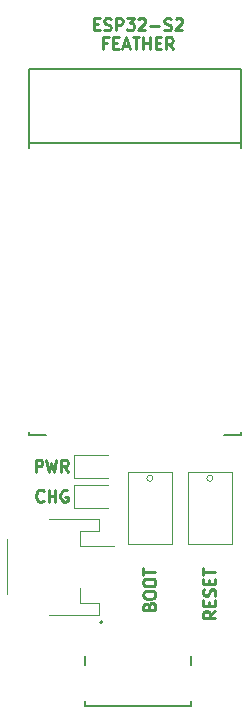
<source format=gbr>
%TF.GenerationSoftware,KiCad,Pcbnew,5.99.0-unknown-fc7f1d1d86~106~ubuntu20.04.1*%
%TF.CreationDate,2021-01-14T15:04:19+11:00*%
%TF.ProjectId,esp32-s2-feather,65737033-322d-4733-922d-666561746865,rev?*%
%TF.SameCoordinates,Original*%
%TF.FileFunction,Legend,Top*%
%TF.FilePolarity,Positive*%
%FSLAX46Y46*%
G04 Gerber Fmt 4.6, Leading zero omitted, Abs format (unit mm)*
G04 Created by KiCad (PCBNEW 5.99.0-unknown-fc7f1d1d86~106~ubuntu20.04.1) date 2021-01-14 15:04:19*
%MOMM*%
%LPD*%
G01*
G04 APERTURE LIST*
%ADD10C,0.250000*%
%ADD11C,0.120000*%
%ADD12C,0.127000*%
%ADD13C,0.200000*%
%ADD14C,0.100000*%
G04 APERTURE END LIST*
D10*
X183229714Y-44843571D02*
X183563047Y-44843571D01*
X183705904Y-45367380D02*
X183229714Y-45367380D01*
X183229714Y-44367380D01*
X183705904Y-44367380D01*
X184086857Y-45319761D02*
X184229714Y-45367380D01*
X184467809Y-45367380D01*
X184563047Y-45319761D01*
X184610666Y-45272142D01*
X184658285Y-45176904D01*
X184658285Y-45081666D01*
X184610666Y-44986428D01*
X184563047Y-44938809D01*
X184467809Y-44891190D01*
X184277333Y-44843571D01*
X184182095Y-44795952D01*
X184134476Y-44748333D01*
X184086857Y-44653095D01*
X184086857Y-44557857D01*
X184134476Y-44462619D01*
X184182095Y-44415000D01*
X184277333Y-44367380D01*
X184515428Y-44367380D01*
X184658285Y-44415000D01*
X185086857Y-45367380D02*
X185086857Y-44367380D01*
X185467809Y-44367380D01*
X185563047Y-44415000D01*
X185610666Y-44462619D01*
X185658285Y-44557857D01*
X185658285Y-44700714D01*
X185610666Y-44795952D01*
X185563047Y-44843571D01*
X185467809Y-44891190D01*
X185086857Y-44891190D01*
X185991619Y-44367380D02*
X186610666Y-44367380D01*
X186277333Y-44748333D01*
X186420190Y-44748333D01*
X186515428Y-44795952D01*
X186563047Y-44843571D01*
X186610666Y-44938809D01*
X186610666Y-45176904D01*
X186563047Y-45272142D01*
X186515428Y-45319761D01*
X186420190Y-45367380D01*
X186134476Y-45367380D01*
X186039238Y-45319761D01*
X185991619Y-45272142D01*
X186991619Y-44462619D02*
X187039238Y-44415000D01*
X187134476Y-44367380D01*
X187372571Y-44367380D01*
X187467809Y-44415000D01*
X187515428Y-44462619D01*
X187563047Y-44557857D01*
X187563047Y-44653095D01*
X187515428Y-44795952D01*
X186944000Y-45367380D01*
X187563047Y-45367380D01*
X187991619Y-44986428D02*
X188753523Y-44986428D01*
X189182095Y-45319761D02*
X189324952Y-45367380D01*
X189563047Y-45367380D01*
X189658285Y-45319761D01*
X189705904Y-45272142D01*
X189753523Y-45176904D01*
X189753523Y-45081666D01*
X189705904Y-44986428D01*
X189658285Y-44938809D01*
X189563047Y-44891190D01*
X189372571Y-44843571D01*
X189277333Y-44795952D01*
X189229714Y-44748333D01*
X189182095Y-44653095D01*
X189182095Y-44557857D01*
X189229714Y-44462619D01*
X189277333Y-44415000D01*
X189372571Y-44367380D01*
X189610666Y-44367380D01*
X189753523Y-44415000D01*
X190134476Y-44462619D02*
X190182095Y-44415000D01*
X190277333Y-44367380D01*
X190515428Y-44367380D01*
X190610666Y-44415000D01*
X190658285Y-44462619D01*
X190705904Y-44557857D01*
X190705904Y-44653095D01*
X190658285Y-44795952D01*
X190086857Y-45367380D01*
X190705904Y-45367380D01*
X184348761Y-46453571D02*
X184015428Y-46453571D01*
X184015428Y-46977380D02*
X184015428Y-45977380D01*
X184491619Y-45977380D01*
X184872571Y-46453571D02*
X185205904Y-46453571D01*
X185348761Y-46977380D02*
X184872571Y-46977380D01*
X184872571Y-45977380D01*
X185348761Y-45977380D01*
X185729714Y-46691666D02*
X186205904Y-46691666D01*
X185634476Y-46977380D02*
X185967809Y-45977380D01*
X186301142Y-46977380D01*
X186491619Y-45977380D02*
X187063047Y-45977380D01*
X186777333Y-46977380D02*
X186777333Y-45977380D01*
X187396380Y-46977380D02*
X187396380Y-45977380D01*
X187396380Y-46453571D02*
X187967809Y-46453571D01*
X187967809Y-46977380D02*
X187967809Y-45977380D01*
X188444000Y-46453571D02*
X188777333Y-46453571D01*
X188920190Y-46977380D02*
X188444000Y-46977380D01*
X188444000Y-45977380D01*
X188920190Y-45977380D01*
X189920190Y-46977380D02*
X189586857Y-46501190D01*
X189348761Y-46977380D02*
X189348761Y-45977380D01*
X189729714Y-45977380D01*
X189824952Y-46025000D01*
X189872571Y-46072619D01*
X189920190Y-46167857D01*
X189920190Y-46310714D01*
X189872571Y-46405952D01*
X189824952Y-46453571D01*
X189729714Y-46501190D01*
X189348761Y-46501190D01*
%TO.C,SW2*%
X187888571Y-94126214D02*
X187936190Y-93983357D01*
X187983809Y-93935738D01*
X188079047Y-93888119D01*
X188221904Y-93888119D01*
X188317142Y-93935738D01*
X188364761Y-93983357D01*
X188412380Y-94078595D01*
X188412380Y-94459547D01*
X187412380Y-94459547D01*
X187412380Y-94126214D01*
X187460000Y-94030976D01*
X187507619Y-93983357D01*
X187602857Y-93935738D01*
X187698095Y-93935738D01*
X187793333Y-93983357D01*
X187840952Y-94030976D01*
X187888571Y-94126214D01*
X187888571Y-94459547D01*
X187412380Y-93269071D02*
X187412380Y-93078595D01*
X187460000Y-92983357D01*
X187555238Y-92888119D01*
X187745714Y-92840500D01*
X188079047Y-92840500D01*
X188269523Y-92888119D01*
X188364761Y-92983357D01*
X188412380Y-93078595D01*
X188412380Y-93269071D01*
X188364761Y-93364309D01*
X188269523Y-93459547D01*
X188079047Y-93507166D01*
X187745714Y-93507166D01*
X187555238Y-93459547D01*
X187460000Y-93364309D01*
X187412380Y-93269071D01*
X187412380Y-92221452D02*
X187412380Y-92030976D01*
X187460000Y-91935738D01*
X187555238Y-91840500D01*
X187745714Y-91792880D01*
X188079047Y-91792880D01*
X188269523Y-91840500D01*
X188364761Y-91935738D01*
X188412380Y-92030976D01*
X188412380Y-92221452D01*
X188364761Y-92316690D01*
X188269523Y-92411928D01*
X188079047Y-92459547D01*
X187745714Y-92459547D01*
X187555238Y-92411928D01*
X187460000Y-92316690D01*
X187412380Y-92221452D01*
X187412380Y-91507166D02*
X187412380Y-90935738D01*
X188412380Y-91221452D02*
X187412380Y-91221452D01*
%TO.C,D3*%
X178288738Y-82748380D02*
X178288738Y-81748380D01*
X178669690Y-81748380D01*
X178764928Y-81796000D01*
X178812547Y-81843619D01*
X178860166Y-81938857D01*
X178860166Y-82081714D01*
X178812547Y-82176952D01*
X178764928Y-82224571D01*
X178669690Y-82272190D01*
X178288738Y-82272190D01*
X179193500Y-81748380D02*
X179431595Y-82748380D01*
X179622071Y-82034095D01*
X179812547Y-82748380D01*
X180050642Y-81748380D01*
X181003023Y-82748380D02*
X180669690Y-82272190D01*
X180431595Y-82748380D02*
X180431595Y-81748380D01*
X180812547Y-81748380D01*
X180907785Y-81796000D01*
X180955404Y-81843619D01*
X181003023Y-81938857D01*
X181003023Y-82081714D01*
X180955404Y-82176952D01*
X180907785Y-82224571D01*
X180812547Y-82272190D01*
X180431595Y-82272190D01*
%TO.C,D2*%
X178955404Y-85193142D02*
X178907785Y-85240761D01*
X178764928Y-85288380D01*
X178669690Y-85288380D01*
X178526833Y-85240761D01*
X178431595Y-85145523D01*
X178383976Y-85050285D01*
X178336357Y-84859809D01*
X178336357Y-84716952D01*
X178383976Y-84526476D01*
X178431595Y-84431238D01*
X178526833Y-84336000D01*
X178669690Y-84288380D01*
X178764928Y-84288380D01*
X178907785Y-84336000D01*
X178955404Y-84383619D01*
X179383976Y-85288380D02*
X179383976Y-84288380D01*
X179383976Y-84764571D02*
X179955404Y-84764571D01*
X179955404Y-85288380D02*
X179955404Y-84288380D01*
X180955404Y-84336000D02*
X180860166Y-84288380D01*
X180717309Y-84288380D01*
X180574452Y-84336000D01*
X180479214Y-84431238D01*
X180431595Y-84526476D01*
X180383976Y-84716952D01*
X180383976Y-84859809D01*
X180431595Y-85050285D01*
X180479214Y-85145523D01*
X180574452Y-85240761D01*
X180717309Y-85288380D01*
X180812547Y-85288380D01*
X180955404Y-85240761D01*
X181003023Y-85193142D01*
X181003023Y-84859809D01*
X180812547Y-84859809D01*
%TO.C,SW1*%
X193492380Y-94554785D02*
X193016190Y-94888119D01*
X193492380Y-95126214D02*
X192492380Y-95126214D01*
X192492380Y-94745261D01*
X192540000Y-94650023D01*
X192587619Y-94602404D01*
X192682857Y-94554785D01*
X192825714Y-94554785D01*
X192920952Y-94602404D01*
X192968571Y-94650023D01*
X193016190Y-94745261D01*
X193016190Y-95126214D01*
X192968571Y-94126214D02*
X192968571Y-93792880D01*
X193492380Y-93650023D02*
X193492380Y-94126214D01*
X192492380Y-94126214D01*
X192492380Y-93650023D01*
X193444761Y-93269071D02*
X193492380Y-93126214D01*
X193492380Y-92888119D01*
X193444761Y-92792880D01*
X193397142Y-92745261D01*
X193301904Y-92697642D01*
X193206666Y-92697642D01*
X193111428Y-92745261D01*
X193063809Y-92792880D01*
X193016190Y-92888119D01*
X192968571Y-93078595D01*
X192920952Y-93173833D01*
X192873333Y-93221452D01*
X192778095Y-93269071D01*
X192682857Y-93269071D01*
X192587619Y-93221452D01*
X192540000Y-93173833D01*
X192492380Y-93078595D01*
X192492380Y-92840500D01*
X192540000Y-92697642D01*
X192968571Y-92269071D02*
X192968571Y-91935738D01*
X193492380Y-91792880D02*
X193492380Y-92269071D01*
X192492380Y-92269071D01*
X192492380Y-91792880D01*
X192492380Y-91507166D02*
X192492380Y-90935738D01*
X193492380Y-91221452D02*
X192492380Y-91221452D01*
D11*
%TO.C,J2*%
X182050000Y-87765000D02*
X182050000Y-89045000D01*
X182050000Y-93845000D02*
X182050000Y-92565000D01*
X183650000Y-93845000D02*
X182050000Y-93845000D01*
X179400000Y-86745000D02*
X183650000Y-86745000D01*
X175830000Y-88465000D02*
X175830000Y-93145000D01*
X183650000Y-87765000D02*
X182050000Y-87765000D01*
X183650000Y-86745000D02*
X183650000Y-87765000D01*
X183650000Y-94865000D02*
X183650000Y-93845000D01*
X179400000Y-94865000D02*
X183650000Y-94865000D01*
X182050000Y-89045000D02*
X184940000Y-89045000D01*
D12*
%TO.C,J1*%
X191414000Y-98341000D02*
X191414000Y-99106000D01*
X191414000Y-102166000D02*
X191414000Y-102586000D01*
X191414000Y-102586000D02*
X182474000Y-102586000D01*
X182474000Y-102586000D02*
X182474000Y-102166000D01*
X182474000Y-98341000D02*
X182474000Y-99106000D01*
D13*
X183944000Y-95504000D02*
G75*
G03*
X183944000Y-95504000I-100000J0D01*
G01*
D14*
%TO.C,SW2*%
X186110000Y-88902000D02*
X186110000Y-82802000D01*
X186110000Y-82802000D02*
X189810000Y-82802000D01*
X189810000Y-88902000D02*
X186110000Y-88902000D01*
X189810000Y-82802000D02*
X189810000Y-88902000D01*
D11*
X188214000Y-83312000D02*
G75*
G03*
X188214000Y-83312000I-254000J0D01*
G01*
D12*
%TO.C,U5*%
X177690000Y-48635000D02*
X195690000Y-48635000D01*
X177730000Y-54935000D02*
X195690000Y-54935000D01*
X195690000Y-54935000D02*
X195690000Y-55365000D01*
X177690000Y-79405000D02*
X177690000Y-79635000D01*
X195690000Y-79405000D02*
X195690000Y-79635000D01*
X195690000Y-79635000D02*
X194210000Y-79635000D01*
X177690000Y-79635000D02*
X179170000Y-79635000D01*
X195690000Y-48635000D02*
X195690000Y-54935000D01*
X177690000Y-55365000D02*
X177690000Y-48635000D01*
D11*
%TO.C,D3*%
X184388000Y-81336000D02*
X181528000Y-81336000D01*
X181528000Y-83256000D02*
X184388000Y-83256000D01*
X181528000Y-81336000D02*
X181528000Y-83256000D01*
%TO.C,D2*%
X184388000Y-83876000D02*
X181528000Y-83876000D01*
X181528000Y-85796000D02*
X184388000Y-85796000D01*
X181528000Y-83876000D02*
X181528000Y-85796000D01*
D14*
%TO.C,SW1*%
X191190000Y-82802000D02*
X194890000Y-82802000D01*
X194890000Y-88902000D02*
X191190000Y-88902000D01*
X194890000Y-82802000D02*
X194890000Y-88902000D01*
X191190000Y-88902000D02*
X191190000Y-82802000D01*
D11*
X193294000Y-83312000D02*
G75*
G03*
X193294000Y-83312000I-254000J0D01*
G01*
%TD*%
M02*

</source>
